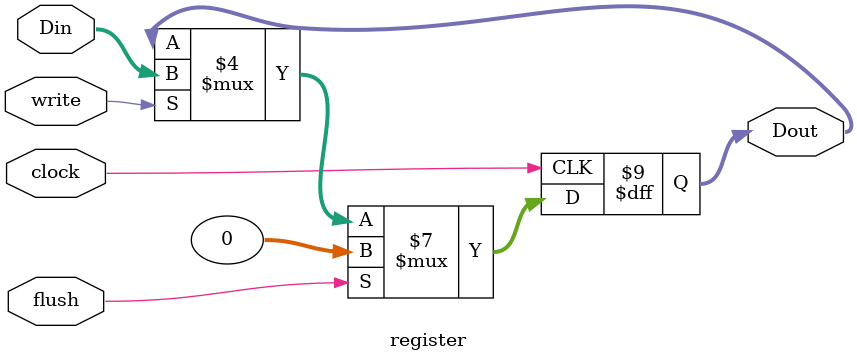
<source format=v>
`timescale 1ns / 1ps

// determine whether there is a data hazard of lw
module hazarddetection(rs_id, rt_id, rt_ex, IDEXmemread, PCwrite, IFIDwrite, hazard);
input [4:0] rs_id, rt_id, rt_ex;
input IDEXmemread;
output PCwrite, IFIDwrite, hazard;
assign PCwrite = ((IDEXmemread == 1) && ((rs_id == rt_ex) || (rt_id == rt_ex))) ? 0 : 1;
assign IFIDwrite = PCwrite;
assign hazard = ~PCwrite;
endmodule

// determine whether contents in rs and rt are the same 
module comparator(I1, I2, res);
input [31:0] I1, I2;
output res;
assign res = (I1 == I2) ? 1 : 0;
endmodule

module control(inst, equal, IFflush, regdst, jump, branch, memread, memtoreg, aluop, memwrite, alusrc, regwrite);
input [5:0] inst;
input equal; // output of module comparator
output IFflush; 
output regdst, jump, branch, memread, memtoreg, memwrite, alusrc, regwrite; 
output [1:0] aluop;
reg regdst, jump, branch, memread, memtoreg, memwrite, alusrc; 
reg [1:0] aluop;
always @ (inst)begin
// r-type
if (inst == 0) begin regdst = 1; jump = 0; branch = 0; memread = 0; memtoreg = 0; memwrite = 0; alusrc = 0; aluop = 2; end
// addi
else if (inst == 8) begin regdst = 0; jump = 0; branch = 0; memread = 0; memtoreg = 0; memwrite = 0; alusrc = 1; aluop = 0;end
// lw
else if (inst == 35) begin regdst = 0; jump = 0; branch = 0; memread = 1; memtoreg = 1; memwrite = 0; alusrc = 1; aluop = 0; end
// sw
else if (inst == 43) begin regdst = 0; jump = 0; branch = 0; memread = 0; memtoreg = 1; memwrite = 1; alusrc = 1; aluop = 0; end
// andi
else if (inst == 12) begin regdst = 0; jump = 0; branch = 0; memread = 0; memtoreg = 0; memwrite = 0; alusrc = 1; aluop = 3; end
// beq
else if (inst == 4) begin regdst = 0; jump = 0; branch = 1; memread = 0; memtoreg = 0; memwrite = 0; alusrc = 0; aluop = 1; end
// jump
else if (inst == 2) begin regdst = 0; jump = 1; branch = 0; memread = 0; memtoreg = 0; memwrite = 0; alusrc = 0; aluop = 1; end
end
assign regwrite = (inst == 0) || (inst == 8) || (inst == 35) || (inst == 12) ? 1 : 0;
assign IFflush = ((branch == 1) && (equal == 1)) || (jump == 1) ? 1 : 0;
endmodule

// IF/ID: Din={PC+4, mips} 64
// ID/EX: Din={rs, rt, rd, (rs), (rt), signEXT, memread, memtoreg, aluop, memwrite, alusrc, regwrite} 118
// EX/MEM: Din={forwardB, aluresult, dst, memread, memtoreg, memwrite, regwrite} 69 
// MEM/WB: Din={readdata, aluresult, dst, memtoreg, regwrite} 67
module register(write, flush, clock, Din, Dout);
parameter N = 32;
input write, flush, clock;
input [N-1:0] Din;
output [N-1:0] Dout;
reg [N-1:0] Dout;
always @ (posedge clock)begin
if (flush == 1) Dout <= 0;
else if (write == 1) Dout <= Din;
end
endmodule
</source>
